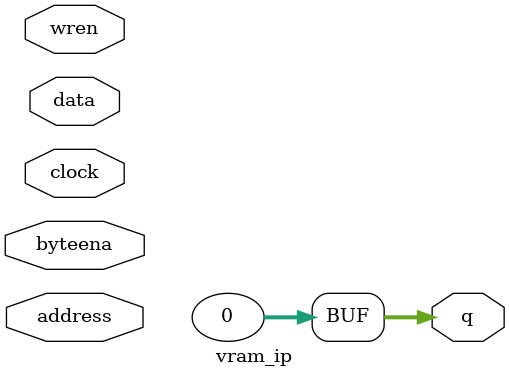
<source format=v>
module ram_68k (
	address,
	byteena,
	clock,
	data,
	wren,
	q);

	input	[14:0]  address;
	input	[1:0]  byteena;
	input	  clock;
	input	[15:0]  data;
	input	  wren;
	output	[15:0]  q;

	assign q = 0;

endmodule // ram_68k

module ram_z80 (
	address,
	clock,
	data,
	wren,
	q);

	input	[12:0]  address;
	input	  clock;
	input	[7:0]  data;
	input	  wren;
	output	[7:0]  q;

	assign q = 0;

endmodule // ram_z80

module vram_ip (
	address,
	byteena,
	clock,
	data,
	wren,
	q);

	input	[13:0]  address;
	input	[3:0]  byteena;
	input	  clock;
	input	[31:0]  data;
	input	  wren;
	output	[31:0]  q;

	assign q = 0;

endmodule // vram_ip

</source>
